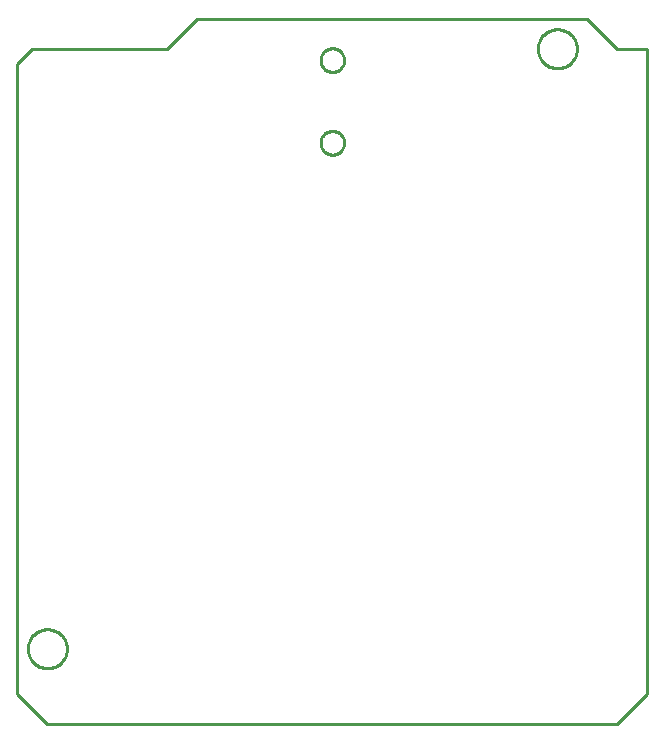
<source format=gbr>
G04 EAGLE Gerber RS-274X export*
G75*
%MOMM*%
%FSLAX34Y34*%
%LPD*%
%IN*%
%IPPOS*%
%AMOC8*
5,1,8,0,0,1.08239X$1,22.5*%
G01*
%ADD10C,0.254000*%


D10*
X0Y25400D02*
X25400Y0D01*
X508000Y0D01*
X533400Y25400D01*
X533400Y571500D01*
X508000Y571500D01*
X482600Y596900D01*
X152400Y596900D01*
X127000Y571500D01*
X12700Y571500D01*
X0Y558800D01*
X0Y25400D01*
X473710Y570960D02*
X473639Y569881D01*
X473498Y568809D01*
X473287Y567749D01*
X473008Y566705D01*
X472660Y565681D01*
X472246Y564683D01*
X471768Y563713D01*
X471228Y562777D01*
X470627Y561878D01*
X469969Y561021D01*
X469257Y560208D01*
X468492Y559444D01*
X467679Y558731D01*
X466822Y558073D01*
X465923Y557472D01*
X464987Y556932D01*
X464017Y556454D01*
X463019Y556040D01*
X461995Y555692D01*
X460951Y555413D01*
X459891Y555202D01*
X458819Y555061D01*
X457740Y554990D01*
X456660Y554990D01*
X455581Y555061D01*
X454509Y555202D01*
X453449Y555413D01*
X452405Y555692D01*
X451381Y556040D01*
X450383Y556454D01*
X449413Y556932D01*
X448477Y557472D01*
X447578Y558073D01*
X446721Y558731D01*
X445908Y559444D01*
X445144Y560208D01*
X444431Y561021D01*
X443773Y561878D01*
X443172Y562777D01*
X442632Y563713D01*
X442154Y564683D01*
X441740Y565681D01*
X441392Y566705D01*
X441113Y567749D01*
X440902Y568809D01*
X440761Y569881D01*
X440690Y570960D01*
X440690Y572040D01*
X440761Y573119D01*
X440902Y574191D01*
X441113Y575251D01*
X441392Y576295D01*
X441740Y577319D01*
X442154Y578317D01*
X442632Y579287D01*
X443172Y580223D01*
X443773Y581122D01*
X444431Y581979D01*
X445144Y582792D01*
X445908Y583557D01*
X446721Y584269D01*
X447578Y584927D01*
X448477Y585528D01*
X449413Y586068D01*
X450383Y586546D01*
X451381Y586960D01*
X452405Y587308D01*
X453449Y587587D01*
X454509Y587798D01*
X455581Y587939D01*
X456660Y588010D01*
X457740Y588010D01*
X458819Y587939D01*
X459891Y587798D01*
X460951Y587587D01*
X461995Y587308D01*
X463019Y586960D01*
X464017Y586546D01*
X464987Y586068D01*
X465923Y585528D01*
X466822Y584927D01*
X467679Y584269D01*
X468492Y583557D01*
X469257Y582792D01*
X469969Y581979D01*
X470627Y581122D01*
X471228Y580223D01*
X471768Y579287D01*
X472246Y578317D01*
X472660Y577319D01*
X473008Y576295D01*
X473287Y575251D01*
X473498Y574191D01*
X473639Y573119D01*
X473710Y572040D01*
X473710Y570960D01*
X41910Y62960D02*
X41839Y61881D01*
X41698Y60809D01*
X41487Y59749D01*
X41208Y58705D01*
X40860Y57681D01*
X40446Y56683D01*
X39968Y55713D01*
X39428Y54777D01*
X38827Y53878D01*
X38169Y53021D01*
X37457Y52208D01*
X36692Y51444D01*
X35879Y50731D01*
X35022Y50073D01*
X34123Y49472D01*
X33187Y48932D01*
X32217Y48454D01*
X31219Y48040D01*
X30195Y47692D01*
X29151Y47413D01*
X28091Y47202D01*
X27019Y47061D01*
X25940Y46990D01*
X24860Y46990D01*
X23781Y47061D01*
X22709Y47202D01*
X21649Y47413D01*
X20605Y47692D01*
X19581Y48040D01*
X18583Y48454D01*
X17613Y48932D01*
X16677Y49472D01*
X15778Y50073D01*
X14921Y50731D01*
X14108Y51444D01*
X13344Y52208D01*
X12631Y53021D01*
X11973Y53878D01*
X11372Y54777D01*
X10832Y55713D01*
X10354Y56683D01*
X9940Y57681D01*
X9592Y58705D01*
X9313Y59749D01*
X9102Y60809D01*
X8961Y61881D01*
X8890Y62960D01*
X8890Y64040D01*
X8961Y65119D01*
X9102Y66191D01*
X9313Y67251D01*
X9592Y68295D01*
X9940Y69319D01*
X10354Y70317D01*
X10832Y71287D01*
X11372Y72223D01*
X11973Y73122D01*
X12631Y73979D01*
X13344Y74792D01*
X14108Y75557D01*
X14921Y76269D01*
X15778Y76927D01*
X16677Y77528D01*
X17613Y78068D01*
X18583Y78546D01*
X19581Y78960D01*
X20605Y79308D01*
X21649Y79587D01*
X22709Y79798D01*
X23781Y79939D01*
X24860Y80010D01*
X25940Y80010D01*
X27019Y79939D01*
X28091Y79798D01*
X29151Y79587D01*
X30195Y79308D01*
X31219Y78960D01*
X32217Y78546D01*
X33187Y78068D01*
X34123Y77528D01*
X35022Y76927D01*
X35879Y76269D01*
X36692Y75557D01*
X37457Y74792D01*
X38169Y73979D01*
X38827Y73122D01*
X39428Y72223D01*
X39968Y71287D01*
X40446Y70317D01*
X40860Y69319D01*
X41208Y68295D01*
X41487Y67251D01*
X41698Y66191D01*
X41839Y65119D01*
X41910Y64040D01*
X41910Y62960D01*
X266263Y551900D02*
X265394Y551976D01*
X264534Y552128D01*
X263690Y552354D01*
X262870Y552652D01*
X262078Y553021D01*
X261322Y553458D01*
X260607Y553959D01*
X259938Y554520D01*
X259320Y555138D01*
X258759Y555807D01*
X258258Y556522D01*
X257821Y557278D01*
X257452Y558070D01*
X257154Y558890D01*
X256928Y559734D01*
X256776Y560594D01*
X256700Y561463D01*
X256700Y562337D01*
X256776Y563207D01*
X256928Y564066D01*
X257154Y564910D01*
X257452Y565730D01*
X257821Y566522D01*
X258258Y567278D01*
X258759Y567993D01*
X259320Y568662D01*
X259938Y569280D01*
X260607Y569841D01*
X261322Y570342D01*
X262078Y570779D01*
X262870Y571148D01*
X263690Y571446D01*
X264534Y571672D01*
X265394Y571824D01*
X266263Y571900D01*
X267137Y571900D01*
X268007Y571824D01*
X268866Y571672D01*
X269710Y571446D01*
X270530Y571148D01*
X271322Y570779D01*
X272078Y570342D01*
X272793Y569841D01*
X273462Y569280D01*
X274080Y568662D01*
X274641Y567993D01*
X275142Y567278D01*
X275579Y566522D01*
X275948Y565730D01*
X276246Y564910D01*
X276472Y564066D01*
X276624Y563207D01*
X276700Y562337D01*
X276700Y561463D01*
X276624Y560594D01*
X276472Y559734D01*
X276246Y558890D01*
X275948Y558070D01*
X275579Y557278D01*
X275142Y556522D01*
X274641Y555807D01*
X274080Y555138D01*
X273462Y554520D01*
X272793Y553959D01*
X272078Y553458D01*
X271322Y553021D01*
X270530Y552652D01*
X269710Y552354D01*
X268866Y552128D01*
X268007Y551976D01*
X267137Y551900D01*
X266263Y551900D01*
X266263Y481900D02*
X265394Y481976D01*
X264534Y482128D01*
X263690Y482354D01*
X262870Y482652D01*
X262078Y483021D01*
X261322Y483458D01*
X260607Y483959D01*
X259938Y484520D01*
X259320Y485138D01*
X258759Y485807D01*
X258258Y486522D01*
X257821Y487278D01*
X257452Y488070D01*
X257154Y488890D01*
X256928Y489734D01*
X256776Y490594D01*
X256700Y491463D01*
X256700Y492337D01*
X256776Y493207D01*
X256928Y494066D01*
X257154Y494910D01*
X257452Y495730D01*
X257821Y496522D01*
X258258Y497278D01*
X258759Y497993D01*
X259320Y498662D01*
X259938Y499280D01*
X260607Y499841D01*
X261322Y500342D01*
X262078Y500779D01*
X262870Y501148D01*
X263690Y501446D01*
X264534Y501672D01*
X265394Y501824D01*
X266263Y501900D01*
X267137Y501900D01*
X268007Y501824D01*
X268866Y501672D01*
X269710Y501446D01*
X270530Y501148D01*
X271322Y500779D01*
X272078Y500342D01*
X272793Y499841D01*
X273462Y499280D01*
X274080Y498662D01*
X274641Y497993D01*
X275142Y497278D01*
X275579Y496522D01*
X275948Y495730D01*
X276246Y494910D01*
X276472Y494066D01*
X276624Y493207D01*
X276700Y492337D01*
X276700Y491463D01*
X276624Y490594D01*
X276472Y489734D01*
X276246Y488890D01*
X275948Y488070D01*
X275579Y487278D01*
X275142Y486522D01*
X274641Y485807D01*
X274080Y485138D01*
X273462Y484520D01*
X272793Y483959D01*
X272078Y483458D01*
X271322Y483021D01*
X270530Y482652D01*
X269710Y482354D01*
X268866Y482128D01*
X268007Y481976D01*
X267137Y481900D01*
X266263Y481900D01*
M02*

</source>
